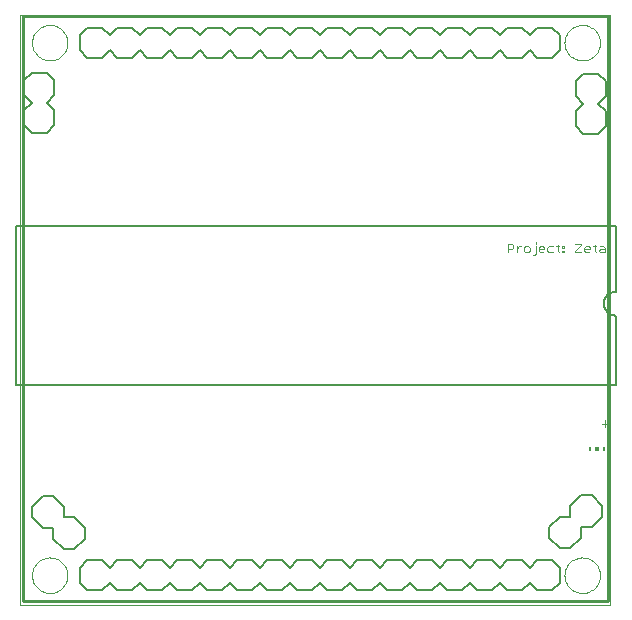
<source format=gto>
G75*
%MOIN*%
%OFA0B0*%
%FSLAX24Y24*%
%IPPOS*%
%LPD*%
%AMOC8*
5,1,8,0,0,1.08239X$1,22.5*
%
%ADD10C,0.0000*%
%ADD11C,0.0100*%
%ADD12C,0.0030*%
%ADD13C,0.0080*%
%ADD14C,0.0060*%
%ADD15R,0.0059X0.0118*%
%ADD16R,0.0118X0.0118*%
D10*
X000255Y000100D02*
X000255Y019785D01*
X019940Y019785D01*
X019940Y000100D01*
X000255Y000100D01*
X000664Y001100D02*
X000666Y001148D01*
X000672Y001196D01*
X000682Y001243D01*
X000695Y001289D01*
X000713Y001334D01*
X000733Y001378D01*
X000758Y001420D01*
X000786Y001459D01*
X000816Y001496D01*
X000850Y001530D01*
X000887Y001562D01*
X000925Y001591D01*
X000966Y001616D01*
X001009Y001638D01*
X001054Y001656D01*
X001100Y001670D01*
X001147Y001681D01*
X001195Y001688D01*
X001243Y001691D01*
X001291Y001690D01*
X001339Y001685D01*
X001387Y001676D01*
X001433Y001664D01*
X001478Y001647D01*
X001522Y001627D01*
X001564Y001604D01*
X001604Y001577D01*
X001642Y001547D01*
X001677Y001514D01*
X001709Y001478D01*
X001739Y001440D01*
X001765Y001399D01*
X001787Y001356D01*
X001807Y001312D01*
X001822Y001267D01*
X001834Y001220D01*
X001842Y001172D01*
X001846Y001124D01*
X001846Y001076D01*
X001842Y001028D01*
X001834Y000980D01*
X001822Y000933D01*
X001807Y000888D01*
X001787Y000844D01*
X001765Y000801D01*
X001739Y000760D01*
X001709Y000722D01*
X001677Y000686D01*
X001642Y000653D01*
X001604Y000623D01*
X001564Y000596D01*
X001522Y000573D01*
X001478Y000553D01*
X001433Y000536D01*
X001387Y000524D01*
X001339Y000515D01*
X001291Y000510D01*
X001243Y000509D01*
X001195Y000512D01*
X001147Y000519D01*
X001100Y000530D01*
X001054Y000544D01*
X001009Y000562D01*
X000966Y000584D01*
X000925Y000609D01*
X000887Y000638D01*
X000850Y000670D01*
X000816Y000704D01*
X000786Y000741D01*
X000758Y000780D01*
X000733Y000822D01*
X000713Y000866D01*
X000695Y000911D01*
X000682Y000957D01*
X000672Y001004D01*
X000666Y001052D01*
X000664Y001100D01*
X000664Y018850D02*
X000666Y018898D01*
X000672Y018946D01*
X000682Y018993D01*
X000695Y019039D01*
X000713Y019084D01*
X000733Y019128D01*
X000758Y019170D01*
X000786Y019209D01*
X000816Y019246D01*
X000850Y019280D01*
X000887Y019312D01*
X000925Y019341D01*
X000966Y019366D01*
X001009Y019388D01*
X001054Y019406D01*
X001100Y019420D01*
X001147Y019431D01*
X001195Y019438D01*
X001243Y019441D01*
X001291Y019440D01*
X001339Y019435D01*
X001387Y019426D01*
X001433Y019414D01*
X001478Y019397D01*
X001522Y019377D01*
X001564Y019354D01*
X001604Y019327D01*
X001642Y019297D01*
X001677Y019264D01*
X001709Y019228D01*
X001739Y019190D01*
X001765Y019149D01*
X001787Y019106D01*
X001807Y019062D01*
X001822Y019017D01*
X001834Y018970D01*
X001842Y018922D01*
X001846Y018874D01*
X001846Y018826D01*
X001842Y018778D01*
X001834Y018730D01*
X001822Y018683D01*
X001807Y018638D01*
X001787Y018594D01*
X001765Y018551D01*
X001739Y018510D01*
X001709Y018472D01*
X001677Y018436D01*
X001642Y018403D01*
X001604Y018373D01*
X001564Y018346D01*
X001522Y018323D01*
X001478Y018303D01*
X001433Y018286D01*
X001387Y018274D01*
X001339Y018265D01*
X001291Y018260D01*
X001243Y018259D01*
X001195Y018262D01*
X001147Y018269D01*
X001100Y018280D01*
X001054Y018294D01*
X001009Y018312D01*
X000966Y018334D01*
X000925Y018359D01*
X000887Y018388D01*
X000850Y018420D01*
X000816Y018454D01*
X000786Y018491D01*
X000758Y018530D01*
X000733Y018572D01*
X000713Y018616D01*
X000695Y018661D01*
X000682Y018707D01*
X000672Y018754D01*
X000666Y018802D01*
X000664Y018850D01*
X018414Y018850D02*
X018416Y018898D01*
X018422Y018946D01*
X018432Y018993D01*
X018445Y019039D01*
X018463Y019084D01*
X018483Y019128D01*
X018508Y019170D01*
X018536Y019209D01*
X018566Y019246D01*
X018600Y019280D01*
X018637Y019312D01*
X018675Y019341D01*
X018716Y019366D01*
X018759Y019388D01*
X018804Y019406D01*
X018850Y019420D01*
X018897Y019431D01*
X018945Y019438D01*
X018993Y019441D01*
X019041Y019440D01*
X019089Y019435D01*
X019137Y019426D01*
X019183Y019414D01*
X019228Y019397D01*
X019272Y019377D01*
X019314Y019354D01*
X019354Y019327D01*
X019392Y019297D01*
X019427Y019264D01*
X019459Y019228D01*
X019489Y019190D01*
X019515Y019149D01*
X019537Y019106D01*
X019557Y019062D01*
X019572Y019017D01*
X019584Y018970D01*
X019592Y018922D01*
X019596Y018874D01*
X019596Y018826D01*
X019592Y018778D01*
X019584Y018730D01*
X019572Y018683D01*
X019557Y018638D01*
X019537Y018594D01*
X019515Y018551D01*
X019489Y018510D01*
X019459Y018472D01*
X019427Y018436D01*
X019392Y018403D01*
X019354Y018373D01*
X019314Y018346D01*
X019272Y018323D01*
X019228Y018303D01*
X019183Y018286D01*
X019137Y018274D01*
X019089Y018265D01*
X019041Y018260D01*
X018993Y018259D01*
X018945Y018262D01*
X018897Y018269D01*
X018850Y018280D01*
X018804Y018294D01*
X018759Y018312D01*
X018716Y018334D01*
X018675Y018359D01*
X018637Y018388D01*
X018600Y018420D01*
X018566Y018454D01*
X018536Y018491D01*
X018508Y018530D01*
X018483Y018572D01*
X018463Y018616D01*
X018445Y018661D01*
X018432Y018707D01*
X018422Y018754D01*
X018416Y018802D01*
X018414Y018850D01*
X018414Y001100D02*
X018416Y001148D01*
X018422Y001196D01*
X018432Y001243D01*
X018445Y001289D01*
X018463Y001334D01*
X018483Y001378D01*
X018508Y001420D01*
X018536Y001459D01*
X018566Y001496D01*
X018600Y001530D01*
X018637Y001562D01*
X018675Y001591D01*
X018716Y001616D01*
X018759Y001638D01*
X018804Y001656D01*
X018850Y001670D01*
X018897Y001681D01*
X018945Y001688D01*
X018993Y001691D01*
X019041Y001690D01*
X019089Y001685D01*
X019137Y001676D01*
X019183Y001664D01*
X019228Y001647D01*
X019272Y001627D01*
X019314Y001604D01*
X019354Y001577D01*
X019392Y001547D01*
X019427Y001514D01*
X019459Y001478D01*
X019489Y001440D01*
X019515Y001399D01*
X019537Y001356D01*
X019557Y001312D01*
X019572Y001267D01*
X019584Y001220D01*
X019592Y001172D01*
X019596Y001124D01*
X019596Y001076D01*
X019592Y001028D01*
X019584Y000980D01*
X019572Y000933D01*
X019557Y000888D01*
X019537Y000844D01*
X019515Y000801D01*
X019489Y000760D01*
X019459Y000722D01*
X019427Y000686D01*
X019392Y000653D01*
X019354Y000623D01*
X019314Y000596D01*
X019272Y000573D01*
X019228Y000553D01*
X019183Y000536D01*
X019137Y000524D01*
X019089Y000515D01*
X019041Y000510D01*
X018993Y000509D01*
X018945Y000512D01*
X018897Y000519D01*
X018850Y000530D01*
X018804Y000544D01*
X018759Y000562D01*
X018716Y000584D01*
X018675Y000609D01*
X018637Y000638D01*
X018600Y000670D01*
X018566Y000704D01*
X018536Y000741D01*
X018508Y000780D01*
X018483Y000822D01*
X018463Y000866D01*
X018445Y000911D01*
X018432Y000957D01*
X018422Y001004D01*
X018416Y001052D01*
X018414Y001100D01*
D11*
X019880Y000225D02*
X019880Y019725D01*
X000380Y019725D01*
X000380Y000225D01*
X019880Y000225D01*
D12*
X019775Y006027D02*
X019775Y006274D01*
X019652Y006150D02*
X019899Y006150D01*
X019758Y011865D02*
X019613Y011865D01*
X019565Y011913D01*
X019613Y011962D01*
X019758Y011962D01*
X019758Y012010D02*
X019758Y011865D01*
X019758Y012010D02*
X019710Y012058D01*
X019613Y012058D01*
X019465Y012058D02*
X019368Y012058D01*
X019417Y012107D02*
X019417Y011913D01*
X019465Y011865D01*
X019267Y011962D02*
X019074Y011962D01*
X019074Y012010D02*
X019122Y012058D01*
X019219Y012058D01*
X019267Y012010D01*
X019267Y011962D01*
X019219Y011865D02*
X019122Y011865D01*
X019074Y011913D01*
X019074Y012010D01*
X018972Y012107D02*
X018779Y011913D01*
X018779Y011865D01*
X018972Y011865D01*
X018972Y012107D02*
X018972Y012155D01*
X018779Y012155D01*
X018385Y012058D02*
X018385Y012010D01*
X018337Y012010D01*
X018337Y012058D01*
X018385Y012058D01*
X018385Y011913D02*
X018385Y011865D01*
X018337Y011865D01*
X018337Y011913D01*
X018385Y011913D01*
X018237Y011865D02*
X018189Y011913D01*
X018189Y012107D01*
X018141Y012058D02*
X018237Y012058D01*
X018039Y012058D02*
X017894Y012058D01*
X017846Y012010D01*
X017846Y011913D01*
X017894Y011865D01*
X018039Y011865D01*
X017745Y011962D02*
X017551Y011962D01*
X017551Y012010D02*
X017600Y012058D01*
X017696Y012058D01*
X017745Y012010D01*
X017745Y011962D01*
X017696Y011865D02*
X017600Y011865D01*
X017551Y011913D01*
X017551Y012010D01*
X017452Y012058D02*
X017452Y011817D01*
X017403Y011768D01*
X017355Y011768D01*
X017254Y011913D02*
X017254Y012010D01*
X017205Y012058D01*
X017109Y012058D01*
X017060Y012010D01*
X017060Y011913D01*
X017109Y011865D01*
X017205Y011865D01*
X017254Y011913D01*
X016960Y012058D02*
X016911Y012058D01*
X016815Y011962D01*
X016815Y012058D02*
X016815Y011865D01*
X016713Y012010D02*
X016665Y011962D01*
X016520Y011962D01*
X016520Y011865D02*
X016520Y012155D01*
X016665Y012155D01*
X016713Y012107D01*
X016713Y012010D01*
X017452Y012155D02*
X017452Y012204D01*
D13*
X019035Y015820D02*
X018785Y016070D01*
X018785Y016570D01*
X019035Y016820D01*
X018785Y017070D01*
X018785Y017570D01*
X019035Y017820D01*
X019535Y017820D01*
X019785Y017570D01*
X019785Y017070D01*
X019535Y016820D01*
X019785Y016570D01*
X019785Y016070D01*
X019535Y015820D01*
X019035Y015820D01*
X018005Y018350D02*
X017505Y018350D01*
X017255Y018600D01*
X017005Y018350D01*
X016505Y018350D01*
X016255Y018600D01*
X016005Y018350D01*
X015505Y018350D01*
X015255Y018600D01*
X015005Y018350D01*
X014505Y018350D01*
X014255Y018600D01*
X014005Y018350D01*
X013505Y018350D01*
X013255Y018600D01*
X013005Y018350D01*
X012505Y018350D01*
X012255Y018600D01*
X012005Y018350D01*
X011505Y018350D01*
X011255Y018600D01*
X011005Y018350D01*
X010505Y018350D01*
X010255Y018600D01*
X010005Y018350D01*
X009505Y018350D01*
X009255Y018600D01*
X009005Y018350D01*
X008505Y018350D01*
X008255Y018600D01*
X008005Y018350D01*
X007505Y018350D01*
X007255Y018600D01*
X007005Y018350D01*
X006505Y018350D01*
X006255Y018600D01*
X006005Y018350D01*
X005505Y018350D01*
X005255Y018600D01*
X005005Y018350D01*
X004505Y018350D01*
X004255Y018600D01*
X004005Y018350D01*
X003505Y018350D01*
X003255Y018600D01*
X003005Y018350D01*
X002505Y018350D01*
X002255Y018600D01*
X002255Y019100D01*
X002505Y019350D01*
X003005Y019350D01*
X003255Y019100D01*
X003505Y019350D01*
X004005Y019350D01*
X004255Y019100D01*
X004505Y019350D01*
X005005Y019350D01*
X005255Y019100D01*
X005505Y019350D01*
X006005Y019350D01*
X006255Y019100D01*
X006505Y019350D01*
X007005Y019350D01*
X007255Y019100D01*
X007505Y019350D01*
X008005Y019350D01*
X008255Y019100D01*
X008505Y019350D01*
X009005Y019350D01*
X009255Y019100D01*
X009505Y019350D01*
X010005Y019350D01*
X010255Y019100D01*
X010505Y019350D01*
X011005Y019350D01*
X011255Y019100D01*
X011505Y019350D01*
X012005Y019350D01*
X012255Y019100D01*
X012505Y019350D01*
X013005Y019350D01*
X013255Y019100D01*
X013505Y019350D01*
X014005Y019350D01*
X014255Y019100D01*
X014505Y019350D01*
X015005Y019350D01*
X015255Y019100D01*
X015505Y019350D01*
X016005Y019350D01*
X016255Y019100D01*
X016505Y019350D01*
X017005Y019350D01*
X017255Y019100D01*
X017505Y019350D01*
X018005Y019350D01*
X018255Y019100D01*
X018255Y018600D01*
X018005Y018350D01*
X018255Y018600D02*
X018255Y019100D01*
X018962Y003764D02*
X019316Y003764D01*
X019669Y003411D01*
X019669Y003057D01*
X019316Y002704D01*
X018962Y002704D01*
X018962Y002350D01*
X018609Y001996D01*
X018255Y001996D01*
X017901Y002350D01*
X017901Y002704D01*
X018255Y003057D01*
X018609Y003057D01*
X018609Y003411D01*
X018962Y003764D01*
X018005Y001600D02*
X017505Y001600D01*
X017255Y001350D01*
X017005Y001600D01*
X016505Y001600D01*
X016255Y001350D01*
X016005Y001600D01*
X015505Y001600D01*
X015255Y001350D01*
X015005Y001600D01*
X014505Y001600D01*
X014255Y001350D01*
X014005Y001600D01*
X013505Y001600D01*
X013255Y001350D01*
X013005Y001600D01*
X012505Y001600D01*
X012255Y001350D01*
X012005Y001600D01*
X011505Y001600D01*
X011255Y001350D01*
X011005Y001600D01*
X010505Y001600D01*
X010255Y001350D01*
X010005Y001600D01*
X009505Y001600D01*
X009255Y001350D01*
X009005Y001600D01*
X008505Y001600D01*
X008255Y001350D01*
X008005Y001600D01*
X007505Y001600D01*
X007255Y001350D01*
X007005Y001600D01*
X006505Y001600D01*
X006255Y001350D01*
X006005Y001600D01*
X005505Y001600D01*
X005255Y001350D01*
X005005Y001600D01*
X004505Y001600D01*
X004255Y001350D01*
X004005Y001600D01*
X003505Y001600D01*
X003255Y001350D01*
X003005Y001600D01*
X002505Y001600D01*
X002255Y001350D01*
X002255Y000850D01*
X002505Y000600D01*
X003005Y000600D01*
X003255Y000850D01*
X003505Y000600D01*
X004005Y000600D01*
X004255Y000850D01*
X004505Y000600D01*
X005005Y000600D01*
X005255Y000850D01*
X005505Y000600D01*
X006005Y000600D01*
X006255Y000850D01*
X006505Y000600D01*
X007005Y000600D01*
X007255Y000850D01*
X007505Y000600D01*
X008005Y000600D01*
X008255Y000850D01*
X008505Y000600D01*
X009005Y000600D01*
X009255Y000850D01*
X009505Y000600D01*
X010005Y000600D01*
X010255Y000850D01*
X010505Y000600D01*
X011005Y000600D01*
X011255Y000850D01*
X011505Y000600D01*
X012005Y000600D01*
X012255Y000850D01*
X012505Y000600D01*
X013005Y000600D01*
X013255Y000850D01*
X013505Y000600D01*
X014005Y000600D01*
X014255Y000850D01*
X014505Y000600D01*
X015005Y000600D01*
X015255Y000850D01*
X015505Y000600D01*
X016005Y000600D01*
X016255Y000850D01*
X016505Y000600D01*
X017005Y000600D01*
X017255Y000850D01*
X017505Y000600D01*
X018005Y000600D01*
X018255Y000850D01*
X018255Y001350D01*
X018005Y001600D01*
X018255Y001350D02*
X018255Y000850D01*
X002432Y002320D02*
X002432Y002673D01*
X002078Y003027D01*
X001725Y003027D01*
X001725Y003380D01*
X001371Y003734D01*
X001018Y003734D01*
X000664Y003380D01*
X000664Y003027D01*
X001018Y002673D01*
X001371Y002673D01*
X001371Y002320D01*
X001725Y001966D01*
X002078Y001966D01*
X002432Y002320D01*
X002255Y001350D02*
X002255Y000850D01*
X001151Y015850D02*
X000651Y015850D01*
X000401Y016100D01*
X000401Y016600D01*
X000651Y016850D01*
X000401Y017100D01*
X000401Y017600D01*
X000651Y017850D01*
X001151Y017850D01*
X001401Y017600D01*
X001401Y017100D01*
X001151Y016850D01*
X001401Y016600D01*
X001401Y016100D01*
X001151Y015850D01*
X002255Y018600D02*
X002255Y019100D01*
D14*
X000130Y012750D02*
X000130Y007450D01*
X020130Y007450D01*
X020130Y009750D01*
X020091Y009752D01*
X020052Y009758D01*
X020014Y009767D01*
X019977Y009780D01*
X019941Y009797D01*
X019908Y009817D01*
X019876Y009841D01*
X019847Y009867D01*
X019821Y009896D01*
X019797Y009928D01*
X019777Y009961D01*
X019760Y009997D01*
X019747Y010034D01*
X019738Y010072D01*
X019732Y010111D01*
X019730Y010150D01*
X019732Y010189D01*
X019738Y010228D01*
X019747Y010266D01*
X019760Y010303D01*
X019777Y010339D01*
X019797Y010372D01*
X019821Y010404D01*
X019847Y010433D01*
X019876Y010459D01*
X019908Y010483D01*
X019941Y010503D01*
X019977Y010520D01*
X020014Y010533D01*
X020052Y010542D01*
X020091Y010548D01*
X020130Y010550D01*
X020130Y012750D01*
X000130Y012750D01*
D15*
X019269Y005291D03*
X019741Y005291D03*
D16*
X019505Y005291D03*
M02*

</source>
